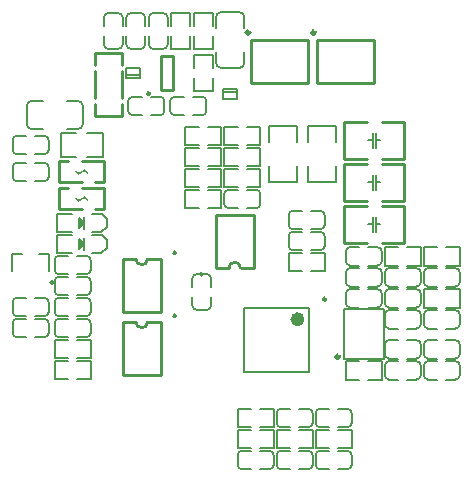
<source format=gbo>
G04*
G04 #@! TF.GenerationSoftware,Altium Limited,Altium Designer,20.0.2 (26)*
G04*
G04 Layer_Color=32896*
%FSLAX25Y25*%
%MOIN*%
G70*
G01*
G75*
%ADD10C,0.01000*%
%ADD11C,0.00600*%
%ADD12C,0.00984*%
%ADD13C,0.00800*%
%ADD14C,0.00787*%
%ADD93C,0.02362*%
%ADD94C,0.01181*%
%ADD95C,0.00500*%
%ADD96C,0.00700*%
D10*
X51255Y75479D02*
G03*
X55192Y75479I1969J0D01*
G01*
X64641Y77447D02*
G03*
X64641Y77447I-394J0D01*
G01*
X51255Y54479D02*
G03*
X55192Y54479I1969J0D01*
G01*
X64641Y56447D02*
G03*
X64641Y56447I-394J0D01*
G01*
X86192Y72369D02*
G03*
X82255Y72369I-1969J0D01*
G01*
X73594Y70400D02*
G03*
X73594Y70400I-394J0D01*
G01*
X120684Y80623D02*
X128224D01*
X133224D02*
X140763D01*
X133224Y93224D02*
X140763D01*
X120684D02*
X128224D01*
X120684Y80624D02*
Y93224D01*
X140763Y80624D02*
Y93224D01*
X120684Y94623D02*
X128224D01*
X133224D02*
X140763D01*
X133224Y107224D02*
X140763D01*
X120684D02*
X128224D01*
X120684Y94624D02*
Y107224D01*
X140763Y94624D02*
Y107224D01*
X120684Y108623D02*
X128224D01*
X133224D02*
X140763D01*
X133224Y121224D02*
X140763D01*
X120684D02*
X128224D01*
X120684Y108624D02*
Y121224D01*
X140763Y108624D02*
Y121224D01*
X89624Y134224D02*
Y148424D01*
X89724Y134224D02*
X108624D01*
Y148424D01*
X89624D02*
X108624D01*
X111524D02*
X130524D01*
Y134224D02*
Y148424D01*
X111624Y134224D02*
X130524D01*
X111524D02*
Y148424D01*
X46724Y122924D02*
Y126924D01*
X37724Y122924D02*
X46724D01*
X37724D02*
Y126924D01*
Y128924D02*
Y137924D01*
X46724Y128924D02*
Y137924D01*
Y139924D02*
Y143924D01*
X37724D02*
X46724D01*
X37724Y139924D02*
Y143924D01*
X63692Y131912D02*
Y142935D01*
X59755Y131912D02*
Y142935D01*
X63692D01*
X59755Y131912D02*
X63692D01*
X37724Y107924D02*
X40724D01*
Y100924D02*
Y107924D01*
X37724Y100924D02*
X40724D01*
X27224D02*
X33224D01*
Y107924D02*
X37724D01*
X25724D02*
X28724D01*
X25724Y100924D02*
Y107924D01*
Y100924D02*
X28224D01*
X59523Y57762D02*
Y75479D01*
X46924Y57762D02*
X59523D01*
X46924D02*
Y75479D01*
X51255D01*
X55192D02*
X59523D01*
Y36762D02*
Y54479D01*
X46924Y36762D02*
X59523D01*
X46924D02*
Y54479D01*
X51255D01*
X55192D02*
X59523D01*
X32624Y81124D02*
X32724Y79424D01*
X32624Y81124D02*
X33324Y80524D01*
X33124Y79924D02*
X33324Y80524D01*
X32624Y88124D02*
X32724Y86424D01*
X32624Y88124D02*
X33324Y87524D01*
X33124Y86924D02*
X33324Y87524D01*
X37724Y98924D02*
X40724D01*
Y91924D02*
Y98924D01*
X37724Y91924D02*
X40724D01*
X27224D02*
X33224D01*
Y98924D02*
X37724D01*
X25724D02*
X28724D01*
X25724Y91924D02*
Y98924D01*
Y91924D02*
X28224D01*
X77924Y72369D02*
Y90085D01*
X90523D01*
Y72369D02*
Y90085D01*
X86192Y72369D02*
X90523D01*
X77924D02*
X82255D01*
D11*
X128724Y86924D02*
X130224D01*
X131224D02*
X132724D01*
X131224Y84424D02*
Y89424D01*
X130224Y84424D02*
Y89424D01*
X128724Y100924D02*
X130224D01*
X131224D02*
X132724D01*
X131224Y98424D02*
Y103424D01*
X130224Y98424D02*
Y103424D01*
X128724Y114924D02*
X130224D01*
X131224D02*
X132724D01*
X131224Y112424D02*
Y117424D01*
X130224Y112424D02*
Y117424D01*
X32324Y78724D02*
X33924Y80324D01*
Y78424D02*
Y82424D01*
X32324Y82224D02*
X33924Y80524D01*
X32324Y78724D02*
Y82224D01*
Y85724D02*
X33924Y87324D01*
Y85424D02*
Y89424D01*
X32324Y89224D02*
X33924Y87524D01*
X32324Y85724D02*
Y89224D01*
D12*
X23901Y67616D02*
G03*
X23901Y67616I-492J0D01*
G01*
X114661Y62006D02*
G03*
X114661Y62006I-492J0D01*
G01*
X55917Y130534D02*
G03*
X55917Y130534I-492J0D01*
G01*
D13*
X120531Y42056D02*
Y58591D01*
Y42056D02*
X133916D01*
X120531Y58591D02*
X133916D01*
Y42056D02*
Y58591D01*
D14*
X103755Y84534D02*
G03*
X102180Y82959I0J-1575D01*
G01*
X102180Y79888D02*
G03*
X103755Y78313I1575J0D01*
G01*
X112692Y78313D02*
G03*
X114267Y79888I-0J1575D01*
G01*
Y82959D02*
G03*
X112692Y84534I-1575J0D01*
G01*
X114267Y89959D02*
G03*
X112692Y91534I-1575J0D01*
G01*
Y85313D02*
G03*
X114267Y86888I-0J1575D01*
G01*
X102180Y86888D02*
G03*
X103755Y85313I1575J0D01*
G01*
X103755Y91534D02*
G03*
X102180Y89959I0J-1575D01*
G01*
X148755Y72434D02*
G03*
X147180Y70859I0J-1575D01*
G01*
X147180Y67788D02*
G03*
X148755Y66213I1575J0D01*
G01*
X157692Y66213D02*
G03*
X159267Y67788I-0J1575D01*
G01*
Y70859D02*
G03*
X157692Y72434I-1575J0D01*
G01*
X159267Y39859D02*
G03*
X157692Y41434I-1575J0D01*
G01*
Y35213D02*
G03*
X159267Y36788I-0J1575D01*
G01*
X147180Y36788D02*
G03*
X148755Y35213I1575J0D01*
G01*
X148755Y41434D02*
G03*
X147180Y39859I0J-1575D01*
G01*
X146267Y39859D02*
G03*
X144692Y41434I-1575J0D01*
G01*
Y35213D02*
G03*
X146267Y36788I-0J1575D01*
G01*
X134180Y36788D02*
G03*
X135755Y35213I1575J0D01*
G01*
X135755Y41434D02*
G03*
X134180Y39859I0J-1575D01*
G01*
X133267Y70859D02*
G03*
X131692Y72434I-1575J0D01*
G01*
Y66213D02*
G03*
X133267Y67788I-0J1575D01*
G01*
X121180Y67788D02*
G03*
X122755Y66213I1575J0D01*
G01*
X122755Y72434D02*
G03*
X121180Y70859I0J-1575D01*
G01*
X134180Y67788D02*
G03*
X135755Y66213I1575J0D01*
G01*
Y72434D02*
G03*
X134180Y70859I0J-1575D01*
G01*
X146267Y70859D02*
G03*
X144692Y72434I-1575J0D01*
G01*
X144692Y66213D02*
G03*
X146267Y67788I-0J1575D01*
G01*
X62680Y124888D02*
G03*
X64255Y123313I1575J0D01*
G01*
Y129534D02*
G03*
X62680Y127959I0J-1575D01*
G01*
X74767Y127959D02*
G03*
X73192Y129534I-1575J0D01*
G01*
X73192Y123313D02*
G03*
X74767Y124888I-0J1575D01*
G01*
X57188Y157467D02*
G03*
X55613Y155892I0J-1575D01*
G01*
X61834D02*
G03*
X60259Y157467I-1575J-0D01*
G01*
X60259Y145380D02*
G03*
X61834Y146955I0J1575D01*
G01*
X55613Y146955D02*
G03*
X57188Y145380I1575J0D01*
G01*
X49688Y157467D02*
G03*
X48113Y155892I0J-1575D01*
G01*
X54334D02*
G03*
X52759Y157467I-1575J-0D01*
G01*
X52759Y145380D02*
G03*
X54334Y146955I0J1575D01*
G01*
X48113Y146955D02*
G03*
X49688Y145380I1575J0D01*
G01*
X42188Y157467D02*
G03*
X40613Y155892I0J-1575D01*
G01*
X46834D02*
G03*
X45259Y157467I-1575J-0D01*
G01*
X45259Y145380D02*
G03*
X46834Y146955I0J1575D01*
G01*
X40613Y146955D02*
G03*
X42188Y145380I1575J0D01*
G01*
X60767Y127959D02*
G03*
X59192Y129534I-1575J0D01*
G01*
Y123313D02*
G03*
X60767Y124888I-0J1575D01*
G01*
X48680Y124888D02*
G03*
X50255Y123313I1575J0D01*
G01*
X50255Y129534D02*
G03*
X48680Y127959I0J-1575D01*
G01*
X34692Y49313D02*
G03*
X36267Y50888I-0J1575D01*
G01*
X36267Y53959D02*
G03*
X34692Y55534I-1575J0D01*
G01*
X25755Y55534D02*
G03*
X24180Y53959I0J-1575D01*
G01*
Y50888D02*
G03*
X25755Y49313I1575J0D01*
G01*
X34692Y63313D02*
G03*
X36267Y64888I-0J1575D01*
G01*
X36267Y67959D02*
G03*
X34692Y69534I-1575J0D01*
G01*
X25755Y69534D02*
G03*
X24180Y67959I0J-1575D01*
G01*
Y64888D02*
G03*
X25755Y63313I1575J0D01*
G01*
X159267Y46859D02*
G03*
X157692Y48434I-1575J0D01*
G01*
Y42213D02*
G03*
X159267Y43788I-0J1575D01*
G01*
X147180Y43788D02*
G03*
X148755Y42213I1575J0D01*
G01*
X148755Y48434D02*
G03*
X147180Y46859I0J-1575D01*
G01*
X10180Y111888D02*
G03*
X11755Y110313I1575J0D01*
G01*
Y116534D02*
G03*
X10180Y114959I0J-1575D01*
G01*
X22267Y114959D02*
G03*
X20692Y116534I-1575J0D01*
G01*
X20692Y110313D02*
G03*
X22267Y111888I-0J1575D01*
G01*
X121180Y74788D02*
G03*
X122755Y73213I1575J0D01*
G01*
Y79434D02*
G03*
X121180Y77859I0J-1575D01*
G01*
X133267Y77859D02*
G03*
X131692Y79434I-1575J0D01*
G01*
X131692Y73213D02*
G03*
X133267Y74788I-0J1575D01*
G01*
X146267Y46859D02*
G03*
X144692Y48434I-1575J0D01*
G01*
Y42213D02*
G03*
X146267Y43788I-0J1575D01*
G01*
X134180Y43788D02*
G03*
X135755Y42213I1575J0D01*
G01*
X135755Y48434D02*
G03*
X134180Y46859I0J-1575D01*
G01*
X146267Y63859D02*
G03*
X144692Y65434I-1575J0D01*
G01*
Y59213D02*
G03*
X146267Y60788I-0J1575D01*
G01*
X134180Y60788D02*
G03*
X135755Y59213I1575J0D01*
G01*
X135755Y65434D02*
G03*
X134180Y63859I0J-1575D01*
G01*
X14952Y120274D02*
G03*
X16527Y118699I1575J0D01*
G01*
Y128148D02*
G03*
X14952Y126573I0J-1575D01*
G01*
X33495D02*
G03*
X31920Y128148I-1575J0D01*
G01*
Y118699D02*
G03*
X33495Y120274I0J1575D01*
G01*
X85873Y139152D02*
G03*
X87448Y140727I-0J1575D01*
G01*
X77999D02*
G03*
X79574Y139152I1575J0D01*
G01*
Y157695D02*
G03*
X77999Y156121I0J-1575D01*
G01*
X87448D02*
G03*
X85873Y157695I-1575J0D01*
G01*
X20692Y49313D02*
G03*
X22267Y50888I-0J1575D01*
G01*
X22267Y53959D02*
G03*
X20692Y55534I-1575J0D01*
G01*
X11755Y55534D02*
G03*
X10180Y53959I0J-1575D01*
G01*
Y50888D02*
G03*
X11755Y49313I1575J0D01*
G01*
X20692Y101313D02*
G03*
X22267Y102888I-0J1575D01*
G01*
X22267Y105959D02*
G03*
X20692Y107534I-1575J0D01*
G01*
X11755Y107534D02*
G03*
X10180Y105959I0J-1575D01*
G01*
Y102888D02*
G03*
X11755Y101313I1575J0D01*
G01*
X20692Y56313D02*
G03*
X22267Y57888I-0J1575D01*
G01*
X22267Y60959D02*
G03*
X20692Y62534I-1575J0D01*
G01*
X11755Y62534D02*
G03*
X10180Y60959I0J-1575D01*
G01*
Y57888D02*
G03*
X11755Y56313I1575J0D01*
G01*
X91192Y92313D02*
G03*
X92767Y93888I-0J1575D01*
G01*
X92767Y96959D02*
G03*
X91192Y98534I-1575J0D01*
G01*
X82255Y98534D02*
G03*
X80680Y96959I0J-1575D01*
G01*
Y93888D02*
G03*
X82255Y92313I1575J0D01*
G01*
X112755Y11534D02*
G03*
X111180Y9959I0J-1575D01*
G01*
X111180Y6888D02*
G03*
X112755Y5313I1575J0D01*
G01*
X121692Y5313D02*
G03*
X123267Y6888I-0J1575D01*
G01*
Y9959D02*
G03*
X121692Y11534I-1575J0D01*
G01*
X121692Y19313D02*
G03*
X123267Y20888I-0J1575D01*
G01*
X123267Y23959D02*
G03*
X121692Y25534I-1575J0D01*
G01*
X112755Y25534D02*
G03*
X111180Y23959I0J-1575D01*
G01*
Y20888D02*
G03*
X112755Y19313I1575J0D01*
G01*
X99755Y11534D02*
G03*
X98180Y9959I0J-1575D01*
G01*
X98180Y6888D02*
G03*
X99755Y5313I1575J0D01*
G01*
X108692Y5313D02*
G03*
X110267Y6888I-0J1575D01*
G01*
Y9959D02*
G03*
X108692Y11534I-1575J0D01*
G01*
X99755Y25534D02*
G03*
X98180Y23959I0J-1575D01*
G01*
X98180Y20888D02*
G03*
X99755Y19313I1575J0D01*
G01*
X108692Y19313D02*
G03*
X110267Y20888I-0J1575D01*
G01*
Y23959D02*
G03*
X108692Y25534I-1575J0D01*
G01*
X25755Y76534D02*
G03*
X24180Y74959I0J-1575D01*
G01*
X24180Y71888D02*
G03*
X25755Y70313I1575J0D01*
G01*
X34692Y70313D02*
G03*
X36267Y71888I-0J1575D01*
G01*
Y74959D02*
G03*
X34692Y76534I-1575J0D01*
G01*
X25755Y62534D02*
G03*
X24180Y60959I0J-1575D01*
G01*
X24180Y57888D02*
G03*
X25755Y56313I1575J0D01*
G01*
X34692Y56313D02*
G03*
X36267Y57888I-0J1575D01*
G01*
Y60959D02*
G03*
X34692Y62534I-1575J0D01*
G01*
X70113Y59955D02*
G03*
X71688Y58380I1575J0D01*
G01*
X74759Y58380D02*
G03*
X76334Y59955I0J1575D01*
G01*
X76334Y68892D02*
G03*
X74759Y70467I-1575J-0D01*
G01*
X71688D02*
G03*
X70113Y68892I0J-1575D01*
G01*
X135755Y58434D02*
G03*
X134180Y56859I0J-1575D01*
G01*
X134180Y53788D02*
G03*
X135755Y52213I1575J0D01*
G01*
X144692Y52213D02*
G03*
X146267Y53788I-0J1575D01*
G01*
Y56859D02*
G03*
X144692Y58434I-1575J0D01*
G01*
X86755Y11534D02*
G03*
X85180Y9959I0J-1575D01*
G01*
X85180Y6888D02*
G03*
X86755Y5313I1575J0D01*
G01*
X95692Y5313D02*
G03*
X97267Y6888I-0J1575D01*
G01*
Y9959D02*
G03*
X95692Y11534I-1575J0D01*
G01*
X157692Y52213D02*
G03*
X159267Y53788I-0J1575D01*
G01*
X159267Y56859D02*
G03*
X157692Y58434I-1575J0D01*
G01*
X148755Y58434D02*
G03*
X147180Y56859I0J-1575D01*
G01*
Y53788D02*
G03*
X148755Y52213I1575J0D01*
G01*
X122755Y65434D02*
G03*
X121180Y63859I0J-1575D01*
G01*
X121180Y60788D02*
G03*
X122755Y59213I1575J0D01*
G01*
X131692Y59213D02*
G03*
X133267Y60788I-0J1575D01*
G01*
Y63859D02*
G03*
X131692Y65434I-1575J0D01*
G01*
X10121Y76967D02*
X13369D01*
X10121Y71455D02*
Y76967D01*
X19078D02*
X22326D01*
Y71455D02*
Y76967D01*
X109050Y37597D02*
Y59250D01*
X87397Y37597D02*
Y59250D01*
X109050D01*
X87397Y37597D02*
X109050D01*
X95499Y101152D02*
Y106487D01*
X104948Y101152D02*
Y106487D01*
Y114361D02*
Y119695D01*
X95499D02*
X104948D01*
X95499Y101152D02*
X104948D01*
X95499Y114361D02*
Y119695D01*
X108499Y114361D02*
Y119695D01*
Y101152D02*
X117948D01*
X108499Y119695D02*
X117948D01*
Y114361D02*
Y119695D01*
Y101152D02*
Y106487D01*
X108499Y101152D02*
Y106487D01*
X102180Y71313D02*
X106649D01*
X114267D02*
Y77534D01*
X102180Y71313D02*
Y77534D01*
X109798Y71313D02*
X114267D01*
X102180Y77534D02*
X106649D01*
X109798D02*
X114267D01*
X109798Y84534D02*
X112692D01*
X102180Y79888D02*
Y82959D01*
X114267Y79888D02*
Y82959D01*
X103755Y84534D02*
X106649D01*
X103755Y78313D02*
X106649D01*
X109798Y78313D02*
X112692D01*
X109798Y85313D02*
X112692D01*
X103755Y85313D02*
X106649D01*
X103755Y91534D02*
X106649D01*
X114267Y86888D02*
Y89959D01*
X102180Y86888D02*
Y89959D01*
X109798Y91534D02*
X112692D01*
X88298Y119534D02*
X92767D01*
X80680D02*
X85149D01*
X88298Y113313D02*
X92767D01*
X80680D02*
Y119534D01*
X92767Y113313D02*
Y119534D01*
X80680Y113313D02*
X85149D01*
X154798Y72434D02*
X157692D01*
X147180Y67788D02*
Y70859D01*
X159267Y67788D02*
Y70859D01*
X148755Y72434D02*
X151649D01*
X148755Y66213D02*
X151649D01*
X154798Y66213D02*
X157692D01*
X121180Y35213D02*
X125649D01*
X128798D02*
X133267D01*
X121180Y41434D02*
X125649D01*
X133267Y35213D02*
Y41434D01*
X121180Y35213D02*
Y41434D01*
X128798D02*
X133267D01*
X154798Y35213D02*
X157692D01*
X148755Y35213D02*
X151649D01*
X148755Y41434D02*
X151649D01*
X159267Y36788D02*
Y39859D01*
X147180Y36788D02*
Y39859D01*
X154798Y41434D02*
X157692D01*
X141798Y35213D02*
X144692D01*
X135755Y35213D02*
X138649D01*
X135755Y41434D02*
X138649D01*
X146267Y36788D02*
Y39859D01*
X134180Y36788D02*
Y39859D01*
X141798Y41434D02*
X144692D01*
X128798Y66213D02*
X131692D01*
X122755Y66213D02*
X125649D01*
X122755Y72434D02*
X125649D01*
X133267Y67788D02*
Y70859D01*
X121180Y67788D02*
Y70859D01*
X128798Y72434D02*
X131692D01*
X135755D02*
X138649D01*
X141798Y72434D02*
X144692D01*
X141798Y66213D02*
X144692D01*
X134180Y67788D02*
Y70859D01*
X146267Y67788D02*
Y70859D01*
X135755Y66213D02*
X138649D01*
X80680Y106313D02*
X85149D01*
X88298D02*
X92767D01*
X80680Y112534D02*
X85149D01*
X92767Y106313D02*
Y112534D01*
X80680Y106313D02*
Y112534D01*
X88298D02*
X92767D01*
X75298Y98534D02*
X79767D01*
X67680D02*
X72149D01*
X75298Y92313D02*
X79767D01*
X67680D02*
Y98534D01*
X79767Y92313D02*
Y98534D01*
X67680Y92313D02*
X72149D01*
X80361Y128849D02*
Y131998D01*
X85086Y128849D02*
Y131998D01*
X80361Y130935D02*
X85086D01*
X80361Y131998D02*
X85086D01*
X80361Y128849D02*
X85086D01*
X52586Y135849D02*
Y138998D01*
X47861Y135849D02*
Y138998D01*
Y136912D02*
X52586D01*
X47861Y135849D02*
X52586D01*
X47861Y138998D02*
X52586D01*
X70613Y138998D02*
Y143467D01*
Y131380D02*
Y135849D01*
X76834Y138998D02*
Y143467D01*
X70613Y131380D02*
X76834D01*
X70613Y143467D02*
X76834D01*
Y131380D02*
Y135849D01*
Y145380D02*
Y149849D01*
Y152998D02*
Y157467D01*
X70613Y145380D02*
Y149849D01*
Y157467D02*
X76834D01*
X70613Y145380D02*
X76834D01*
X70613Y152998D02*
Y157467D01*
X63113Y152998D02*
Y157467D01*
Y145380D02*
Y149849D01*
X69334Y152998D02*
Y157467D01*
X63113Y145380D02*
X69334D01*
X63113Y157467D02*
X69334D01*
Y145380D02*
Y149849D01*
X64255Y129534D02*
X67149D01*
X70298Y129534D02*
X73192D01*
X70298Y123313D02*
X73192D01*
X62680Y124888D02*
Y127959D01*
X74767Y124888D02*
Y127959D01*
X64255Y123313D02*
X67149D01*
X61834Y152998D02*
Y155892D01*
X61834Y146955D02*
Y149849D01*
X55613Y146955D02*
Y149849D01*
X57188Y157467D02*
X60259D01*
X57188Y145380D02*
X60259D01*
X55613Y152998D02*
Y155892D01*
X54334Y152998D02*
Y155892D01*
X54334Y146955D02*
Y149849D01*
X48113Y146955D02*
Y149849D01*
X49688Y157467D02*
X52759D01*
X49688Y145380D02*
X52759D01*
X48113Y152998D02*
Y155892D01*
X46834Y152998D02*
Y155892D01*
X46834Y146955D02*
Y149849D01*
X40613Y146955D02*
Y149849D01*
X42188Y157467D02*
X45259D01*
X42188Y145380D02*
X45259D01*
X40613Y152998D02*
Y155892D01*
X56298Y123313D02*
X59192D01*
X50255Y123313D02*
X53149D01*
X50255Y129534D02*
X53149D01*
X60767Y124888D02*
Y127959D01*
X48680Y124888D02*
Y127959D01*
X56298Y129534D02*
X59192D01*
X25755Y49313D02*
X28649D01*
X36267Y50888D02*
Y53959D01*
X24180Y50888D02*
Y53959D01*
X31798Y49313D02*
X34692D01*
X31798Y55534D02*
X34692D01*
X25755Y55534D02*
X28649D01*
X25755Y63313D02*
X28649D01*
X36267Y64888D02*
Y67959D01*
X24180Y64888D02*
Y67959D01*
X31798Y63313D02*
X34692D01*
X31798Y69534D02*
X34692D01*
X25755Y69534D02*
X28649D01*
X154798Y42213D02*
X157692D01*
X148755Y42213D02*
X151649D01*
X148755Y48434D02*
X151649D01*
X159267Y43788D02*
Y46859D01*
X147180Y43788D02*
Y46859D01*
X154798Y48434D02*
X157692D01*
X11755Y116534D02*
X14649D01*
X17798Y116534D02*
X20692D01*
X17798Y110313D02*
X20692D01*
X10180Y111888D02*
Y114959D01*
X22267Y111888D02*
Y114959D01*
X11755Y110313D02*
X14649D01*
X122755Y79434D02*
X125649D01*
X128798Y79434D02*
X131692D01*
X128798Y73213D02*
X131692D01*
X121180Y74788D02*
Y77859D01*
X133267Y74788D02*
Y77859D01*
X122755Y73213D02*
X125649D01*
X141798Y79434D02*
X146267D01*
X134180D02*
X138649D01*
X141798Y73213D02*
X146267D01*
X134180D02*
Y79434D01*
X146267Y73213D02*
Y79434D01*
X134180Y73213D02*
X138649D01*
X147180D02*
X151649D01*
X154798D02*
X159267D01*
X147180Y79434D02*
X151649D01*
X159267Y73213D02*
Y79434D01*
X147180Y73213D02*
Y79434D01*
X154798D02*
X159267D01*
X141798Y42213D02*
X144692D01*
X135755Y42213D02*
X138649D01*
X135755Y48434D02*
X138649D01*
X146267Y43788D02*
Y46859D01*
X134180Y43788D02*
Y46859D01*
X141798Y48434D02*
X144692D01*
X141798Y58434D02*
X144692D01*
X134180Y53788D02*
Y56859D01*
X146267Y53788D02*
Y56859D01*
X135755Y58434D02*
X138649D01*
X135755Y52213D02*
X138649D01*
X141798Y52213D02*
X144692D01*
X141798Y59213D02*
X144692D01*
X135755Y59213D02*
X138649D01*
X135755Y65434D02*
X138649D01*
X146267Y60788D02*
Y63859D01*
X134180Y60788D02*
Y63859D01*
X141798Y65434D02*
X144692D01*
X14952Y120274D02*
Y126573D01*
X33495Y120274D02*
Y126573D01*
X16527Y118699D02*
X20287D01*
X28161D02*
X31920D01*
X28161Y128148D02*
X31920D01*
X16527D02*
X20287D01*
X79574Y139152D02*
X85873D01*
X79574Y157695D02*
X85873D01*
X87448Y140727D02*
Y144487D01*
Y152361D02*
Y156121D01*
X77999Y152361D02*
Y156121D01*
Y140727D02*
Y144487D01*
X31798Y41534D02*
X36267D01*
X24180Y35313D02*
Y41534D01*
X36267Y35313D02*
Y41534D01*
X24180D02*
X28649D01*
X31798Y35313D02*
X36267D01*
X24180D02*
X28649D01*
X11755Y49313D02*
X14649D01*
X22267Y50888D02*
Y53959D01*
X10180Y50888D02*
Y53959D01*
X17798Y49313D02*
X20692D01*
X17798Y55534D02*
X20692D01*
X11755Y55534D02*
X14649D01*
X11755Y101313D02*
X14649D01*
X22267Y102888D02*
Y105959D01*
X10180Y102888D02*
Y105959D01*
X17798Y101313D02*
X20692D01*
X17798Y107534D02*
X20692D01*
X11755Y107534D02*
X14649D01*
X11755Y56313D02*
X14649D01*
X22267Y57888D02*
Y60959D01*
X10180Y57888D02*
Y60959D01*
X17798Y56313D02*
X20692D01*
X17798Y62534D02*
X20692D01*
X11755Y62534D02*
X14649D01*
X75298Y119534D02*
X79767D01*
X67680Y113313D02*
Y119534D01*
X79767Y113313D02*
Y119534D01*
X67680D02*
X72149D01*
X75298Y113313D02*
X79767D01*
X67680D02*
X72149D01*
X88298Y105534D02*
X92767D01*
X80680Y99313D02*
Y105534D01*
X92767Y99313D02*
Y105534D01*
X80680D02*
X85149D01*
X88298Y99313D02*
X92767D01*
X80680D02*
X85149D01*
X67680Y106313D02*
X72149D01*
X79767D02*
Y112534D01*
X67680Y106313D02*
Y112534D01*
X75298Y106313D02*
X79767D01*
X67680Y112534D02*
X72149D01*
X75298D02*
X79767D01*
X82255Y92313D02*
X85149D01*
X92767Y93888D02*
Y96959D01*
X80680Y93888D02*
Y96959D01*
X88298Y92313D02*
X91192D01*
X88298Y98534D02*
X91192D01*
X82255Y98534D02*
X85149D01*
X67680Y99313D02*
X72149D01*
X79767D02*
Y105534D01*
X67680Y99313D02*
Y105534D01*
X75298Y99313D02*
X79767D01*
X67680Y105534D02*
X72149D01*
X75298D02*
X79767D01*
X118798Y11534D02*
X121692D01*
X111180Y6888D02*
Y9959D01*
X123267Y6888D02*
Y9959D01*
X112755Y11534D02*
X115649D01*
X112755Y5313D02*
X115649D01*
X118798Y5313D02*
X121692D01*
X112755Y19313D02*
X115649D01*
X123267Y20888D02*
Y23959D01*
X111180Y20888D02*
Y23959D01*
X118798Y19313D02*
X121692D01*
X118798Y25534D02*
X121692D01*
X112755Y25534D02*
X115649D01*
X105798Y11534D02*
X108692D01*
X98180Y6888D02*
Y9959D01*
X110267Y6888D02*
Y9959D01*
X99755Y11534D02*
X102649D01*
X99755Y5313D02*
X102649D01*
X105798Y5313D02*
X108692D01*
X85180Y19313D02*
X89649D01*
X97267D02*
Y25534D01*
X85180Y19313D02*
Y25534D01*
X92798Y19313D02*
X97267D01*
X85180Y25534D02*
X89649D01*
X92798D02*
X97267D01*
X85180Y12313D02*
X89649D01*
X97267D02*
Y18534D01*
X85180Y12313D02*
Y18534D01*
X92798Y12313D02*
X97267D01*
X85180Y18534D02*
X89649D01*
X92798D02*
X97267D01*
X105798Y25534D02*
X108692D01*
X98180Y20888D02*
Y23959D01*
X110267Y20888D02*
Y23959D01*
X99755Y25534D02*
X102649D01*
X99755Y19313D02*
X102649D01*
X105798Y19313D02*
X108692D01*
X111180Y12313D02*
X115649D01*
X123267D02*
Y18534D01*
X111180Y12313D02*
Y18534D01*
X118798Y12313D02*
X123267D01*
X111180Y18534D02*
X115649D01*
X118798D02*
X123267D01*
X98180Y12313D02*
X102649D01*
X110267D02*
Y18534D01*
X98180Y12313D02*
Y18534D01*
X105798Y12313D02*
X110267D01*
X98180Y18534D02*
X102649D01*
X105798D02*
X110267D01*
X26255Y109349D02*
X31452D01*
X34995D02*
X40192D01*
X34995Y117498D02*
X40192D01*
X26255D02*
X31452D01*
X26255Y109349D02*
Y117498D01*
X40192Y109349D02*
Y117498D01*
X31798Y48534D02*
X36267D01*
X24180Y42313D02*
Y48534D01*
X36267Y42313D02*
Y48534D01*
X24180D02*
X28649D01*
X31798Y42313D02*
X36267D01*
X24180D02*
X28649D01*
X31798Y76534D02*
X34692D01*
X24180Y71888D02*
Y74959D01*
X36267Y71888D02*
Y74959D01*
X25755Y76534D02*
X28649D01*
X25755Y70313D02*
X28649D01*
X31798Y70313D02*
X34692D01*
X31798Y62534D02*
X34692D01*
X24180Y57888D02*
Y60959D01*
X36267Y57888D02*
Y60959D01*
X25755Y62534D02*
X28649D01*
X25755Y56313D02*
X28649D01*
X31798Y56313D02*
X34692D01*
X70113Y65998D02*
Y68892D01*
X71688Y58380D02*
X74759D01*
X71688Y70467D02*
X74759D01*
X70113Y59955D02*
Y62849D01*
X76334Y59955D02*
Y62849D01*
X76334Y65998D02*
Y68892D01*
X154798Y65434D02*
X159267D01*
X147180Y59213D02*
Y65434D01*
X159267Y59213D02*
Y65434D01*
X147180D02*
X151649D01*
X154798Y59213D02*
X159267D01*
X147180D02*
X151649D01*
X92798Y11534D02*
X95692D01*
X85180Y6888D02*
Y9959D01*
X97267Y6888D02*
Y9959D01*
X86755Y11534D02*
X89649D01*
X86755Y5313D02*
X89649D01*
X92798Y5313D02*
X95692D01*
X148755Y52213D02*
X151649D01*
X159267Y53788D02*
Y56859D01*
X147180Y53788D02*
Y56859D01*
X154798Y52213D02*
X157692D01*
X154798Y58434D02*
X157692D01*
X148755Y58434D02*
X151649D01*
X128798Y65434D02*
X131692D01*
X121180Y60788D02*
Y63859D01*
X133267Y60788D02*
Y63859D01*
X122755Y65434D02*
X125649D01*
X122755Y59213D02*
X125649D01*
X128798Y59213D02*
X131692D01*
D93*
X106295Y55313D02*
G03*
X106295Y55313I-1181J0D01*
G01*
D94*
X88634Y150324D02*
G03*
X88624Y150324I-5J591D01*
G01*
X110534D02*
G03*
X110524Y150324I-5J591D01*
G01*
X119153Y42843D02*
G03*
X119153Y42843I-591J0D01*
G01*
D95*
X35157Y104196D02*
G03*
X33224Y104424I-993J-114D01*
G01*
X31291Y104651D02*
G03*
X33224Y104424I993J114D01*
G01*
X35157Y95196D02*
G03*
X33224Y95424I-993J-114D01*
G01*
X31291Y95651D02*
G03*
X33224Y95424I993J114D01*
G01*
D96*
X41524Y79224D02*
Y81724D01*
X39824Y83424D02*
X41524Y81724D01*
X36624Y83424D02*
X39824D01*
X36624Y77424D02*
X39724D01*
X41524Y79224D01*
X24924Y77424D02*
X30124D01*
X24924Y83424D02*
X30124D01*
X24924Y77424D02*
Y83424D01*
X41524Y86224D02*
Y88724D01*
X39824Y90424D02*
X41524Y88724D01*
X36624Y90424D02*
X39824D01*
X36624Y84424D02*
X39724D01*
X41524Y86224D01*
X24924Y84424D02*
X30124D01*
X24924Y90424D02*
X30124D01*
X24924Y84424D02*
Y90424D01*
M02*

</source>
